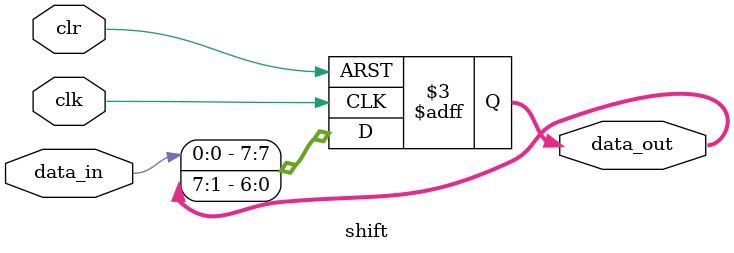
<source format=v>
module shift(data_out,
             data_in,
             clr,
             clk);     // shifter
    
    output[7:0] data_out;
    input data_in,clr,clk;
    
    reg[7:0] data_out;
    
    always @(posedge clk or posedge clr)
    begin
        if (clr)
            data_out = 8'b0;
        else  begin
            data_out    = data_out>>1;
            data_out[7] = data_in;
        end
    end
endmodule

</source>
